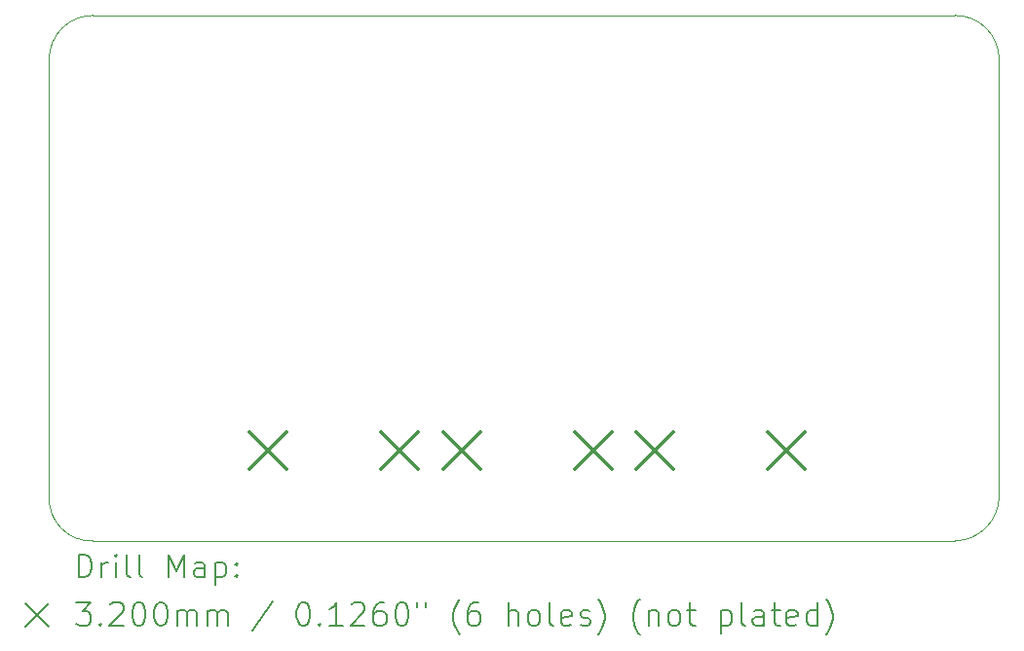
<source format=gbr>
%TF.GenerationSoftware,KiCad,Pcbnew,7.0.7*%
%TF.CreationDate,2024-07-14T01:35:03-07:00*%
%TF.ProjectId,AnalogBox,416e616c-6f67-4426-9f78-2e6b69636164,rev?*%
%TF.SameCoordinates,Original*%
%TF.FileFunction,Drillmap*%
%TF.FilePolarity,Positive*%
%FSLAX45Y45*%
G04 Gerber Fmt 4.5, Leading zero omitted, Abs format (unit mm)*
G04 Created by KiCad (PCBNEW 7.0.7) date 2024-07-14 01:35:03*
%MOMM*%
%LPD*%
G01*
G04 APERTURE LIST*
%ADD10C,0.100000*%
%ADD11C,0.200000*%
%ADD12C,0.320040*%
G04 APERTURE END LIST*
D10*
X2921000Y-2540000D02*
X10414000Y-2540000D01*
X2921000Y-2540000D02*
G75*
G03*
X2540000Y-2921000I0J-381000D01*
G01*
X10795000Y-2921000D02*
G75*
G03*
X10414000Y-2540000I-381000J0D01*
G01*
X2540000Y-6731000D02*
G75*
G03*
X2921000Y-7112000I366813J-14187D01*
G01*
X10414000Y-7112000D02*
X2921000Y-7112000D01*
X10414000Y-7112000D02*
G75*
G03*
X10795000Y-6731000I-9814J390814D01*
G01*
X10795000Y-2921000D02*
X10795000Y-6731000D01*
X2540000Y-6731000D02*
X2540000Y-2921000D01*
D11*
D12*
X4282980Y-6168440D02*
X4603020Y-6488480D01*
X4603020Y-6168440D02*
X4282980Y-6488480D01*
X5425980Y-6168440D02*
X5746020Y-6488480D01*
X5746020Y-6168440D02*
X5425980Y-6488480D01*
X5962970Y-6168440D02*
X6283010Y-6488480D01*
X6283010Y-6168440D02*
X5962970Y-6488480D01*
X7105970Y-6168440D02*
X7426010Y-6488480D01*
X7426010Y-6168440D02*
X7105970Y-6488480D01*
X7639970Y-6168440D02*
X7960010Y-6488480D01*
X7960010Y-6168440D02*
X7639970Y-6488480D01*
X8782970Y-6168440D02*
X9103010Y-6488480D01*
X9103010Y-6168440D02*
X8782970Y-6488480D01*
D11*
X2795503Y-7428758D02*
X2795503Y-7228758D01*
X2795503Y-7228758D02*
X2843122Y-7228758D01*
X2843122Y-7228758D02*
X2871693Y-7238282D01*
X2871693Y-7238282D02*
X2890741Y-7257329D01*
X2890741Y-7257329D02*
X2900264Y-7276377D01*
X2900264Y-7276377D02*
X2909788Y-7314472D01*
X2909788Y-7314472D02*
X2909788Y-7343044D01*
X2909788Y-7343044D02*
X2900264Y-7381139D01*
X2900264Y-7381139D02*
X2890741Y-7400186D01*
X2890741Y-7400186D02*
X2871693Y-7419234D01*
X2871693Y-7419234D02*
X2843122Y-7428758D01*
X2843122Y-7428758D02*
X2795503Y-7428758D01*
X2995503Y-7428758D02*
X2995503Y-7295425D01*
X2995503Y-7333520D02*
X3005026Y-7314472D01*
X3005026Y-7314472D02*
X3014550Y-7304948D01*
X3014550Y-7304948D02*
X3033598Y-7295425D01*
X3033598Y-7295425D02*
X3052645Y-7295425D01*
X3119312Y-7428758D02*
X3119312Y-7295425D01*
X3119312Y-7228758D02*
X3109788Y-7238282D01*
X3109788Y-7238282D02*
X3119312Y-7247806D01*
X3119312Y-7247806D02*
X3128836Y-7238282D01*
X3128836Y-7238282D02*
X3119312Y-7228758D01*
X3119312Y-7228758D02*
X3119312Y-7247806D01*
X3243122Y-7428758D02*
X3224074Y-7419234D01*
X3224074Y-7419234D02*
X3214550Y-7400186D01*
X3214550Y-7400186D02*
X3214550Y-7228758D01*
X3347883Y-7428758D02*
X3328836Y-7419234D01*
X3328836Y-7419234D02*
X3319312Y-7400186D01*
X3319312Y-7400186D02*
X3319312Y-7228758D01*
X3576455Y-7428758D02*
X3576455Y-7228758D01*
X3576455Y-7228758D02*
X3643122Y-7371615D01*
X3643122Y-7371615D02*
X3709788Y-7228758D01*
X3709788Y-7228758D02*
X3709788Y-7428758D01*
X3890741Y-7428758D02*
X3890741Y-7323996D01*
X3890741Y-7323996D02*
X3881217Y-7304948D01*
X3881217Y-7304948D02*
X3862169Y-7295425D01*
X3862169Y-7295425D02*
X3824074Y-7295425D01*
X3824074Y-7295425D02*
X3805026Y-7304948D01*
X3890741Y-7419234D02*
X3871693Y-7428758D01*
X3871693Y-7428758D02*
X3824074Y-7428758D01*
X3824074Y-7428758D02*
X3805026Y-7419234D01*
X3805026Y-7419234D02*
X3795503Y-7400186D01*
X3795503Y-7400186D02*
X3795503Y-7381139D01*
X3795503Y-7381139D02*
X3805026Y-7362091D01*
X3805026Y-7362091D02*
X3824074Y-7352567D01*
X3824074Y-7352567D02*
X3871693Y-7352567D01*
X3871693Y-7352567D02*
X3890741Y-7343044D01*
X3985979Y-7295425D02*
X3985979Y-7495425D01*
X3985979Y-7304948D02*
X4005026Y-7295425D01*
X4005026Y-7295425D02*
X4043122Y-7295425D01*
X4043122Y-7295425D02*
X4062169Y-7304948D01*
X4062169Y-7304948D02*
X4071693Y-7314472D01*
X4071693Y-7314472D02*
X4081217Y-7333520D01*
X4081217Y-7333520D02*
X4081217Y-7390663D01*
X4081217Y-7390663D02*
X4071693Y-7409710D01*
X4071693Y-7409710D02*
X4062169Y-7419234D01*
X4062169Y-7419234D02*
X4043122Y-7428758D01*
X4043122Y-7428758D02*
X4005026Y-7428758D01*
X4005026Y-7428758D02*
X3985979Y-7419234D01*
X4166931Y-7409710D02*
X4176455Y-7419234D01*
X4176455Y-7419234D02*
X4166931Y-7428758D01*
X4166931Y-7428758D02*
X4157407Y-7419234D01*
X4157407Y-7419234D02*
X4166931Y-7409710D01*
X4166931Y-7409710D02*
X4166931Y-7428758D01*
X4166931Y-7304948D02*
X4176455Y-7314472D01*
X4176455Y-7314472D02*
X4166931Y-7323996D01*
X4166931Y-7323996D02*
X4157407Y-7314472D01*
X4157407Y-7314472D02*
X4166931Y-7304948D01*
X4166931Y-7304948D02*
X4166931Y-7323996D01*
X2334726Y-7657274D02*
X2534726Y-7857274D01*
X2534726Y-7657274D02*
X2334726Y-7857274D01*
X2776455Y-7648758D02*
X2900264Y-7648758D01*
X2900264Y-7648758D02*
X2833598Y-7724948D01*
X2833598Y-7724948D02*
X2862169Y-7724948D01*
X2862169Y-7724948D02*
X2881217Y-7734472D01*
X2881217Y-7734472D02*
X2890741Y-7743996D01*
X2890741Y-7743996D02*
X2900264Y-7763044D01*
X2900264Y-7763044D02*
X2900264Y-7810663D01*
X2900264Y-7810663D02*
X2890741Y-7829710D01*
X2890741Y-7829710D02*
X2881217Y-7839234D01*
X2881217Y-7839234D02*
X2862169Y-7848758D01*
X2862169Y-7848758D02*
X2805026Y-7848758D01*
X2805026Y-7848758D02*
X2785979Y-7839234D01*
X2785979Y-7839234D02*
X2776455Y-7829710D01*
X2985979Y-7829710D02*
X2995503Y-7839234D01*
X2995503Y-7839234D02*
X2985979Y-7848758D01*
X2985979Y-7848758D02*
X2976455Y-7839234D01*
X2976455Y-7839234D02*
X2985979Y-7829710D01*
X2985979Y-7829710D02*
X2985979Y-7848758D01*
X3071693Y-7667806D02*
X3081217Y-7658282D01*
X3081217Y-7658282D02*
X3100264Y-7648758D01*
X3100264Y-7648758D02*
X3147884Y-7648758D01*
X3147884Y-7648758D02*
X3166931Y-7658282D01*
X3166931Y-7658282D02*
X3176455Y-7667806D01*
X3176455Y-7667806D02*
X3185979Y-7686853D01*
X3185979Y-7686853D02*
X3185979Y-7705901D01*
X3185979Y-7705901D02*
X3176455Y-7734472D01*
X3176455Y-7734472D02*
X3062169Y-7848758D01*
X3062169Y-7848758D02*
X3185979Y-7848758D01*
X3309788Y-7648758D02*
X3328836Y-7648758D01*
X3328836Y-7648758D02*
X3347884Y-7658282D01*
X3347884Y-7658282D02*
X3357407Y-7667806D01*
X3357407Y-7667806D02*
X3366931Y-7686853D01*
X3366931Y-7686853D02*
X3376455Y-7724948D01*
X3376455Y-7724948D02*
X3376455Y-7772567D01*
X3376455Y-7772567D02*
X3366931Y-7810663D01*
X3366931Y-7810663D02*
X3357407Y-7829710D01*
X3357407Y-7829710D02*
X3347884Y-7839234D01*
X3347884Y-7839234D02*
X3328836Y-7848758D01*
X3328836Y-7848758D02*
X3309788Y-7848758D01*
X3309788Y-7848758D02*
X3290741Y-7839234D01*
X3290741Y-7839234D02*
X3281217Y-7829710D01*
X3281217Y-7829710D02*
X3271693Y-7810663D01*
X3271693Y-7810663D02*
X3262169Y-7772567D01*
X3262169Y-7772567D02*
X3262169Y-7724948D01*
X3262169Y-7724948D02*
X3271693Y-7686853D01*
X3271693Y-7686853D02*
X3281217Y-7667806D01*
X3281217Y-7667806D02*
X3290741Y-7658282D01*
X3290741Y-7658282D02*
X3309788Y-7648758D01*
X3500264Y-7648758D02*
X3519312Y-7648758D01*
X3519312Y-7648758D02*
X3538360Y-7658282D01*
X3538360Y-7658282D02*
X3547884Y-7667806D01*
X3547884Y-7667806D02*
X3557407Y-7686853D01*
X3557407Y-7686853D02*
X3566931Y-7724948D01*
X3566931Y-7724948D02*
X3566931Y-7772567D01*
X3566931Y-7772567D02*
X3557407Y-7810663D01*
X3557407Y-7810663D02*
X3547884Y-7829710D01*
X3547884Y-7829710D02*
X3538360Y-7839234D01*
X3538360Y-7839234D02*
X3519312Y-7848758D01*
X3519312Y-7848758D02*
X3500264Y-7848758D01*
X3500264Y-7848758D02*
X3481217Y-7839234D01*
X3481217Y-7839234D02*
X3471693Y-7829710D01*
X3471693Y-7829710D02*
X3462169Y-7810663D01*
X3462169Y-7810663D02*
X3452645Y-7772567D01*
X3452645Y-7772567D02*
X3452645Y-7724948D01*
X3452645Y-7724948D02*
X3462169Y-7686853D01*
X3462169Y-7686853D02*
X3471693Y-7667806D01*
X3471693Y-7667806D02*
X3481217Y-7658282D01*
X3481217Y-7658282D02*
X3500264Y-7648758D01*
X3652645Y-7848758D02*
X3652645Y-7715425D01*
X3652645Y-7734472D02*
X3662169Y-7724948D01*
X3662169Y-7724948D02*
X3681217Y-7715425D01*
X3681217Y-7715425D02*
X3709788Y-7715425D01*
X3709788Y-7715425D02*
X3728836Y-7724948D01*
X3728836Y-7724948D02*
X3738360Y-7743996D01*
X3738360Y-7743996D02*
X3738360Y-7848758D01*
X3738360Y-7743996D02*
X3747884Y-7724948D01*
X3747884Y-7724948D02*
X3766931Y-7715425D01*
X3766931Y-7715425D02*
X3795503Y-7715425D01*
X3795503Y-7715425D02*
X3814550Y-7724948D01*
X3814550Y-7724948D02*
X3824074Y-7743996D01*
X3824074Y-7743996D02*
X3824074Y-7848758D01*
X3919312Y-7848758D02*
X3919312Y-7715425D01*
X3919312Y-7734472D02*
X3928836Y-7724948D01*
X3928836Y-7724948D02*
X3947884Y-7715425D01*
X3947884Y-7715425D02*
X3976455Y-7715425D01*
X3976455Y-7715425D02*
X3995503Y-7724948D01*
X3995503Y-7724948D02*
X4005026Y-7743996D01*
X4005026Y-7743996D02*
X4005026Y-7848758D01*
X4005026Y-7743996D02*
X4014550Y-7724948D01*
X4014550Y-7724948D02*
X4033598Y-7715425D01*
X4033598Y-7715425D02*
X4062169Y-7715425D01*
X4062169Y-7715425D02*
X4081217Y-7724948D01*
X4081217Y-7724948D02*
X4090741Y-7743996D01*
X4090741Y-7743996D02*
X4090741Y-7848758D01*
X4481217Y-7639234D02*
X4309789Y-7896377D01*
X4738360Y-7648758D02*
X4757408Y-7648758D01*
X4757408Y-7648758D02*
X4776455Y-7658282D01*
X4776455Y-7658282D02*
X4785979Y-7667806D01*
X4785979Y-7667806D02*
X4795503Y-7686853D01*
X4795503Y-7686853D02*
X4805027Y-7724948D01*
X4805027Y-7724948D02*
X4805027Y-7772567D01*
X4805027Y-7772567D02*
X4795503Y-7810663D01*
X4795503Y-7810663D02*
X4785979Y-7829710D01*
X4785979Y-7829710D02*
X4776455Y-7839234D01*
X4776455Y-7839234D02*
X4757408Y-7848758D01*
X4757408Y-7848758D02*
X4738360Y-7848758D01*
X4738360Y-7848758D02*
X4719312Y-7839234D01*
X4719312Y-7839234D02*
X4709789Y-7829710D01*
X4709789Y-7829710D02*
X4700265Y-7810663D01*
X4700265Y-7810663D02*
X4690741Y-7772567D01*
X4690741Y-7772567D02*
X4690741Y-7724948D01*
X4690741Y-7724948D02*
X4700265Y-7686853D01*
X4700265Y-7686853D02*
X4709789Y-7667806D01*
X4709789Y-7667806D02*
X4719312Y-7658282D01*
X4719312Y-7658282D02*
X4738360Y-7648758D01*
X4890741Y-7829710D02*
X4900265Y-7839234D01*
X4900265Y-7839234D02*
X4890741Y-7848758D01*
X4890741Y-7848758D02*
X4881217Y-7839234D01*
X4881217Y-7839234D02*
X4890741Y-7829710D01*
X4890741Y-7829710D02*
X4890741Y-7848758D01*
X5090741Y-7848758D02*
X4976455Y-7848758D01*
X5033598Y-7848758D02*
X5033598Y-7648758D01*
X5033598Y-7648758D02*
X5014550Y-7677329D01*
X5014550Y-7677329D02*
X4995503Y-7696377D01*
X4995503Y-7696377D02*
X4976455Y-7705901D01*
X5166931Y-7667806D02*
X5176455Y-7658282D01*
X5176455Y-7658282D02*
X5195503Y-7648758D01*
X5195503Y-7648758D02*
X5243122Y-7648758D01*
X5243122Y-7648758D02*
X5262170Y-7658282D01*
X5262170Y-7658282D02*
X5271693Y-7667806D01*
X5271693Y-7667806D02*
X5281217Y-7686853D01*
X5281217Y-7686853D02*
X5281217Y-7705901D01*
X5281217Y-7705901D02*
X5271693Y-7734472D01*
X5271693Y-7734472D02*
X5157408Y-7848758D01*
X5157408Y-7848758D02*
X5281217Y-7848758D01*
X5452646Y-7648758D02*
X5414550Y-7648758D01*
X5414550Y-7648758D02*
X5395503Y-7658282D01*
X5395503Y-7658282D02*
X5385979Y-7667806D01*
X5385979Y-7667806D02*
X5366931Y-7696377D01*
X5366931Y-7696377D02*
X5357408Y-7734472D01*
X5357408Y-7734472D02*
X5357408Y-7810663D01*
X5357408Y-7810663D02*
X5366931Y-7829710D01*
X5366931Y-7829710D02*
X5376455Y-7839234D01*
X5376455Y-7839234D02*
X5395503Y-7848758D01*
X5395503Y-7848758D02*
X5433598Y-7848758D01*
X5433598Y-7848758D02*
X5452646Y-7839234D01*
X5452646Y-7839234D02*
X5462170Y-7829710D01*
X5462170Y-7829710D02*
X5471693Y-7810663D01*
X5471693Y-7810663D02*
X5471693Y-7763044D01*
X5471693Y-7763044D02*
X5462170Y-7743996D01*
X5462170Y-7743996D02*
X5452646Y-7734472D01*
X5452646Y-7734472D02*
X5433598Y-7724948D01*
X5433598Y-7724948D02*
X5395503Y-7724948D01*
X5395503Y-7724948D02*
X5376455Y-7734472D01*
X5376455Y-7734472D02*
X5366931Y-7743996D01*
X5366931Y-7743996D02*
X5357408Y-7763044D01*
X5595503Y-7648758D02*
X5614550Y-7648758D01*
X5614550Y-7648758D02*
X5633598Y-7658282D01*
X5633598Y-7658282D02*
X5643122Y-7667806D01*
X5643122Y-7667806D02*
X5652646Y-7686853D01*
X5652646Y-7686853D02*
X5662169Y-7724948D01*
X5662169Y-7724948D02*
X5662169Y-7772567D01*
X5662169Y-7772567D02*
X5652646Y-7810663D01*
X5652646Y-7810663D02*
X5643122Y-7829710D01*
X5643122Y-7829710D02*
X5633598Y-7839234D01*
X5633598Y-7839234D02*
X5614550Y-7848758D01*
X5614550Y-7848758D02*
X5595503Y-7848758D01*
X5595503Y-7848758D02*
X5576455Y-7839234D01*
X5576455Y-7839234D02*
X5566931Y-7829710D01*
X5566931Y-7829710D02*
X5557408Y-7810663D01*
X5557408Y-7810663D02*
X5547884Y-7772567D01*
X5547884Y-7772567D02*
X5547884Y-7724948D01*
X5547884Y-7724948D02*
X5557408Y-7686853D01*
X5557408Y-7686853D02*
X5566931Y-7667806D01*
X5566931Y-7667806D02*
X5576455Y-7658282D01*
X5576455Y-7658282D02*
X5595503Y-7648758D01*
X5738360Y-7648758D02*
X5738360Y-7686853D01*
X5814550Y-7648758D02*
X5814550Y-7686853D01*
X6109789Y-7924948D02*
X6100265Y-7915425D01*
X6100265Y-7915425D02*
X6081217Y-7886853D01*
X6081217Y-7886853D02*
X6071693Y-7867806D01*
X6071693Y-7867806D02*
X6062170Y-7839234D01*
X6062170Y-7839234D02*
X6052646Y-7791615D01*
X6052646Y-7791615D02*
X6052646Y-7753520D01*
X6052646Y-7753520D02*
X6062170Y-7705901D01*
X6062170Y-7705901D02*
X6071693Y-7677329D01*
X6071693Y-7677329D02*
X6081217Y-7658282D01*
X6081217Y-7658282D02*
X6100265Y-7629710D01*
X6100265Y-7629710D02*
X6109789Y-7620186D01*
X6271693Y-7648758D02*
X6233598Y-7648758D01*
X6233598Y-7648758D02*
X6214550Y-7658282D01*
X6214550Y-7658282D02*
X6205027Y-7667806D01*
X6205027Y-7667806D02*
X6185979Y-7696377D01*
X6185979Y-7696377D02*
X6176455Y-7734472D01*
X6176455Y-7734472D02*
X6176455Y-7810663D01*
X6176455Y-7810663D02*
X6185979Y-7829710D01*
X6185979Y-7829710D02*
X6195503Y-7839234D01*
X6195503Y-7839234D02*
X6214550Y-7848758D01*
X6214550Y-7848758D02*
X6252646Y-7848758D01*
X6252646Y-7848758D02*
X6271693Y-7839234D01*
X6271693Y-7839234D02*
X6281217Y-7829710D01*
X6281217Y-7829710D02*
X6290741Y-7810663D01*
X6290741Y-7810663D02*
X6290741Y-7763044D01*
X6290741Y-7763044D02*
X6281217Y-7743996D01*
X6281217Y-7743996D02*
X6271693Y-7734472D01*
X6271693Y-7734472D02*
X6252646Y-7724948D01*
X6252646Y-7724948D02*
X6214550Y-7724948D01*
X6214550Y-7724948D02*
X6195503Y-7734472D01*
X6195503Y-7734472D02*
X6185979Y-7743996D01*
X6185979Y-7743996D02*
X6176455Y-7763044D01*
X6528836Y-7848758D02*
X6528836Y-7648758D01*
X6614551Y-7848758D02*
X6614551Y-7743996D01*
X6614551Y-7743996D02*
X6605027Y-7724948D01*
X6605027Y-7724948D02*
X6585979Y-7715425D01*
X6585979Y-7715425D02*
X6557408Y-7715425D01*
X6557408Y-7715425D02*
X6538360Y-7724948D01*
X6538360Y-7724948D02*
X6528836Y-7734472D01*
X6738360Y-7848758D02*
X6719312Y-7839234D01*
X6719312Y-7839234D02*
X6709789Y-7829710D01*
X6709789Y-7829710D02*
X6700265Y-7810663D01*
X6700265Y-7810663D02*
X6700265Y-7753520D01*
X6700265Y-7753520D02*
X6709789Y-7734472D01*
X6709789Y-7734472D02*
X6719312Y-7724948D01*
X6719312Y-7724948D02*
X6738360Y-7715425D01*
X6738360Y-7715425D02*
X6766932Y-7715425D01*
X6766932Y-7715425D02*
X6785979Y-7724948D01*
X6785979Y-7724948D02*
X6795503Y-7734472D01*
X6795503Y-7734472D02*
X6805027Y-7753520D01*
X6805027Y-7753520D02*
X6805027Y-7810663D01*
X6805027Y-7810663D02*
X6795503Y-7829710D01*
X6795503Y-7829710D02*
X6785979Y-7839234D01*
X6785979Y-7839234D02*
X6766932Y-7848758D01*
X6766932Y-7848758D02*
X6738360Y-7848758D01*
X6919312Y-7848758D02*
X6900265Y-7839234D01*
X6900265Y-7839234D02*
X6890741Y-7820186D01*
X6890741Y-7820186D02*
X6890741Y-7648758D01*
X7071693Y-7839234D02*
X7052646Y-7848758D01*
X7052646Y-7848758D02*
X7014551Y-7848758D01*
X7014551Y-7848758D02*
X6995503Y-7839234D01*
X6995503Y-7839234D02*
X6985979Y-7820186D01*
X6985979Y-7820186D02*
X6985979Y-7743996D01*
X6985979Y-7743996D02*
X6995503Y-7724948D01*
X6995503Y-7724948D02*
X7014551Y-7715425D01*
X7014551Y-7715425D02*
X7052646Y-7715425D01*
X7052646Y-7715425D02*
X7071693Y-7724948D01*
X7071693Y-7724948D02*
X7081217Y-7743996D01*
X7081217Y-7743996D02*
X7081217Y-7763044D01*
X7081217Y-7763044D02*
X6985979Y-7782091D01*
X7157408Y-7839234D02*
X7176455Y-7848758D01*
X7176455Y-7848758D02*
X7214551Y-7848758D01*
X7214551Y-7848758D02*
X7233598Y-7839234D01*
X7233598Y-7839234D02*
X7243122Y-7820186D01*
X7243122Y-7820186D02*
X7243122Y-7810663D01*
X7243122Y-7810663D02*
X7233598Y-7791615D01*
X7233598Y-7791615D02*
X7214551Y-7782091D01*
X7214551Y-7782091D02*
X7185979Y-7782091D01*
X7185979Y-7782091D02*
X7166932Y-7772567D01*
X7166932Y-7772567D02*
X7157408Y-7753520D01*
X7157408Y-7753520D02*
X7157408Y-7743996D01*
X7157408Y-7743996D02*
X7166932Y-7724948D01*
X7166932Y-7724948D02*
X7185979Y-7715425D01*
X7185979Y-7715425D02*
X7214551Y-7715425D01*
X7214551Y-7715425D02*
X7233598Y-7724948D01*
X7309789Y-7924948D02*
X7319313Y-7915425D01*
X7319313Y-7915425D02*
X7338360Y-7886853D01*
X7338360Y-7886853D02*
X7347884Y-7867806D01*
X7347884Y-7867806D02*
X7357408Y-7839234D01*
X7357408Y-7839234D02*
X7366932Y-7791615D01*
X7366932Y-7791615D02*
X7366932Y-7753520D01*
X7366932Y-7753520D02*
X7357408Y-7705901D01*
X7357408Y-7705901D02*
X7347884Y-7677329D01*
X7347884Y-7677329D02*
X7338360Y-7658282D01*
X7338360Y-7658282D02*
X7319313Y-7629710D01*
X7319313Y-7629710D02*
X7309789Y-7620186D01*
X7671694Y-7924948D02*
X7662170Y-7915425D01*
X7662170Y-7915425D02*
X7643122Y-7886853D01*
X7643122Y-7886853D02*
X7633598Y-7867806D01*
X7633598Y-7867806D02*
X7624074Y-7839234D01*
X7624074Y-7839234D02*
X7614551Y-7791615D01*
X7614551Y-7791615D02*
X7614551Y-7753520D01*
X7614551Y-7753520D02*
X7624074Y-7705901D01*
X7624074Y-7705901D02*
X7633598Y-7677329D01*
X7633598Y-7677329D02*
X7643122Y-7658282D01*
X7643122Y-7658282D02*
X7662170Y-7629710D01*
X7662170Y-7629710D02*
X7671694Y-7620186D01*
X7747884Y-7715425D02*
X7747884Y-7848758D01*
X7747884Y-7734472D02*
X7757408Y-7724948D01*
X7757408Y-7724948D02*
X7776455Y-7715425D01*
X7776455Y-7715425D02*
X7805027Y-7715425D01*
X7805027Y-7715425D02*
X7824074Y-7724948D01*
X7824074Y-7724948D02*
X7833598Y-7743996D01*
X7833598Y-7743996D02*
X7833598Y-7848758D01*
X7957408Y-7848758D02*
X7938360Y-7839234D01*
X7938360Y-7839234D02*
X7928836Y-7829710D01*
X7928836Y-7829710D02*
X7919313Y-7810663D01*
X7919313Y-7810663D02*
X7919313Y-7753520D01*
X7919313Y-7753520D02*
X7928836Y-7734472D01*
X7928836Y-7734472D02*
X7938360Y-7724948D01*
X7938360Y-7724948D02*
X7957408Y-7715425D01*
X7957408Y-7715425D02*
X7985979Y-7715425D01*
X7985979Y-7715425D02*
X8005027Y-7724948D01*
X8005027Y-7724948D02*
X8014551Y-7734472D01*
X8014551Y-7734472D02*
X8024074Y-7753520D01*
X8024074Y-7753520D02*
X8024074Y-7810663D01*
X8024074Y-7810663D02*
X8014551Y-7829710D01*
X8014551Y-7829710D02*
X8005027Y-7839234D01*
X8005027Y-7839234D02*
X7985979Y-7848758D01*
X7985979Y-7848758D02*
X7957408Y-7848758D01*
X8081217Y-7715425D02*
X8157408Y-7715425D01*
X8109789Y-7648758D02*
X8109789Y-7820186D01*
X8109789Y-7820186D02*
X8119313Y-7839234D01*
X8119313Y-7839234D02*
X8138360Y-7848758D01*
X8138360Y-7848758D02*
X8157408Y-7848758D01*
X8376455Y-7715425D02*
X8376455Y-7915425D01*
X8376455Y-7724948D02*
X8395503Y-7715425D01*
X8395503Y-7715425D02*
X8433598Y-7715425D01*
X8433598Y-7715425D02*
X8452646Y-7724948D01*
X8452646Y-7724948D02*
X8462170Y-7734472D01*
X8462170Y-7734472D02*
X8471694Y-7753520D01*
X8471694Y-7753520D02*
X8471694Y-7810663D01*
X8471694Y-7810663D02*
X8462170Y-7829710D01*
X8462170Y-7829710D02*
X8452646Y-7839234D01*
X8452646Y-7839234D02*
X8433598Y-7848758D01*
X8433598Y-7848758D02*
X8395503Y-7848758D01*
X8395503Y-7848758D02*
X8376455Y-7839234D01*
X8585979Y-7848758D02*
X8566932Y-7839234D01*
X8566932Y-7839234D02*
X8557408Y-7820186D01*
X8557408Y-7820186D02*
X8557408Y-7648758D01*
X8747884Y-7848758D02*
X8747884Y-7743996D01*
X8747884Y-7743996D02*
X8738360Y-7724948D01*
X8738360Y-7724948D02*
X8719313Y-7715425D01*
X8719313Y-7715425D02*
X8681217Y-7715425D01*
X8681217Y-7715425D02*
X8662170Y-7724948D01*
X8747884Y-7839234D02*
X8728837Y-7848758D01*
X8728837Y-7848758D02*
X8681217Y-7848758D01*
X8681217Y-7848758D02*
X8662170Y-7839234D01*
X8662170Y-7839234D02*
X8652646Y-7820186D01*
X8652646Y-7820186D02*
X8652646Y-7801139D01*
X8652646Y-7801139D02*
X8662170Y-7782091D01*
X8662170Y-7782091D02*
X8681217Y-7772567D01*
X8681217Y-7772567D02*
X8728837Y-7772567D01*
X8728837Y-7772567D02*
X8747884Y-7763044D01*
X8814551Y-7715425D02*
X8890741Y-7715425D01*
X8843122Y-7648758D02*
X8843122Y-7820186D01*
X8843122Y-7820186D02*
X8852646Y-7839234D01*
X8852646Y-7839234D02*
X8871694Y-7848758D01*
X8871694Y-7848758D02*
X8890741Y-7848758D01*
X9033598Y-7839234D02*
X9014551Y-7848758D01*
X9014551Y-7848758D02*
X8976456Y-7848758D01*
X8976456Y-7848758D02*
X8957408Y-7839234D01*
X8957408Y-7839234D02*
X8947884Y-7820186D01*
X8947884Y-7820186D02*
X8947884Y-7743996D01*
X8947884Y-7743996D02*
X8957408Y-7724948D01*
X8957408Y-7724948D02*
X8976456Y-7715425D01*
X8976456Y-7715425D02*
X9014551Y-7715425D01*
X9014551Y-7715425D02*
X9033598Y-7724948D01*
X9033598Y-7724948D02*
X9043122Y-7743996D01*
X9043122Y-7743996D02*
X9043122Y-7763044D01*
X9043122Y-7763044D02*
X8947884Y-7782091D01*
X9214551Y-7848758D02*
X9214551Y-7648758D01*
X9214551Y-7839234D02*
X9195503Y-7848758D01*
X9195503Y-7848758D02*
X9157408Y-7848758D01*
X9157408Y-7848758D02*
X9138360Y-7839234D01*
X9138360Y-7839234D02*
X9128837Y-7829710D01*
X9128837Y-7829710D02*
X9119313Y-7810663D01*
X9119313Y-7810663D02*
X9119313Y-7753520D01*
X9119313Y-7753520D02*
X9128837Y-7734472D01*
X9128837Y-7734472D02*
X9138360Y-7724948D01*
X9138360Y-7724948D02*
X9157408Y-7715425D01*
X9157408Y-7715425D02*
X9195503Y-7715425D01*
X9195503Y-7715425D02*
X9214551Y-7724948D01*
X9290741Y-7924948D02*
X9300265Y-7915425D01*
X9300265Y-7915425D02*
X9319313Y-7886853D01*
X9319313Y-7886853D02*
X9328837Y-7867806D01*
X9328837Y-7867806D02*
X9338360Y-7839234D01*
X9338360Y-7839234D02*
X9347884Y-7791615D01*
X9347884Y-7791615D02*
X9347884Y-7753520D01*
X9347884Y-7753520D02*
X9338360Y-7705901D01*
X9338360Y-7705901D02*
X9328837Y-7677329D01*
X9328837Y-7677329D02*
X9319313Y-7658282D01*
X9319313Y-7658282D02*
X9300265Y-7629710D01*
X9300265Y-7629710D02*
X9290741Y-7620186D01*
M02*

</source>
